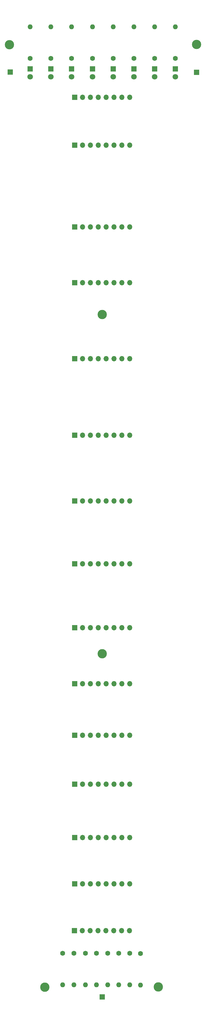
<source format=gbr>
%TF.GenerationSoftware,KiCad,Pcbnew,(5.1.9-0-10_14)*%
%TF.CreationDate,2021-04-22T00:26:26-04:00*%
%TF.ProjectId,bus-board,6275732d-626f-4617-9264-2e6b69636164,rev?*%
%TF.SameCoordinates,Original*%
%TF.FileFunction,Soldermask,Bot*%
%TF.FilePolarity,Negative*%
%FSLAX46Y46*%
G04 Gerber Fmt 4.6, Leading zero omitted, Abs format (unit mm)*
G04 Created by KiCad (PCBNEW (5.1.9-0-10_14)) date 2021-04-22 00:26:26*
%MOMM*%
%LPD*%
G01*
G04 APERTURE LIST*
%ADD10R,1.700000X1.700000*%
%ADD11C,3.000000*%
%ADD12O,1.700000X1.700000*%
%ADD13O,1.600000X1.600000*%
%ADD14C,1.600000*%
%ADD15C,1.800000*%
%ADD16R,1.800000X1.800000*%
G04 APERTURE END LIST*
D10*
%TO.C,J18*%
X91795600Y127660400D03*
%TD*%
%TO.C,J17*%
X151993600Y127609600D03*
%TD*%
D11*
%TO.C,REF\u002A\u002A*%
X121462800Y49580800D03*
%TD*%
%TO.C,REF\u002A\u002A*%
X121462800Y-59588400D03*
%TD*%
D12*
%TO.C,J16*%
X130352800Y104089200D03*
X127812800Y104089200D03*
X125272800Y104089200D03*
X122732800Y104089200D03*
X120192800Y104089200D03*
X117652800Y104089200D03*
X115112800Y104089200D03*
D10*
X112572800Y104089200D03*
%TD*%
D12*
%TO.C,J15*%
X130352800Y77774800D03*
X127812800Y77774800D03*
X125272800Y77774800D03*
X122732800Y77774800D03*
X120192800Y77774800D03*
X117652800Y77774800D03*
X115112800Y77774800D03*
D10*
X112572800Y77774800D03*
%TD*%
D12*
%TO.C,J14*%
X130352800Y59842400D03*
X127812800Y59842400D03*
X125272800Y59842400D03*
X122732800Y59842400D03*
X120192800Y59842400D03*
X117652800Y59842400D03*
X115112800Y59842400D03*
D10*
X112572800Y59842400D03*
%TD*%
D12*
%TO.C,J13*%
X130352800Y35356800D03*
X127812800Y35356800D03*
X125272800Y35356800D03*
X122732800Y35356800D03*
X120192800Y35356800D03*
X117652800Y35356800D03*
X115112800Y35356800D03*
D10*
X112572800Y35356800D03*
%TD*%
D11*
%TO.C,REF\u002A\u002A*%
X102920800Y-166979600D03*
%TD*%
%TO.C,REF\u002A\u002A*%
X139598400Y-166928800D03*
%TD*%
%TO.C,REF\u002A\u002A*%
X151942800Y136550400D03*
%TD*%
%TO.C,REF\u002A\u002A*%
X91541600Y136499600D03*
%TD*%
D13*
%TO.C,R16*%
X145135600Y142240000D03*
D14*
X145135600Y132080000D03*
%TD*%
D13*
%TO.C,R15*%
X138379200Y142240000D03*
D14*
X138379200Y132080000D03*
%TD*%
D13*
%TO.C,R14*%
X131724400Y142189200D03*
D14*
X131724400Y132029200D03*
%TD*%
D13*
%TO.C,R13*%
X125018800Y142189200D03*
D14*
X125018800Y132029200D03*
%TD*%
D13*
%TO.C,R12*%
X118313200Y142189200D03*
D14*
X118313200Y132029200D03*
%TD*%
D13*
%TO.C,R11*%
X111607600Y142189200D03*
D14*
X111607600Y132029200D03*
%TD*%
D13*
%TO.C,R10*%
X104902000Y142240000D03*
D14*
X104902000Y132080000D03*
%TD*%
D13*
%TO.C,R9*%
X98196400Y142240000D03*
D14*
X98196400Y132080000D03*
%TD*%
D15*
%TO.C,D8*%
X145135600Y126136400D03*
D16*
X145135600Y128676400D03*
%TD*%
D15*
%TO.C,D7*%
X138430000Y126136400D03*
D16*
X138430000Y128676400D03*
%TD*%
D15*
%TO.C,D6*%
X131724400Y126136400D03*
D16*
X131724400Y128676400D03*
%TD*%
D15*
%TO.C,D5*%
X125018800Y126136400D03*
D16*
X125018800Y128676400D03*
%TD*%
D15*
%TO.C,D4*%
X118313200Y126136400D03*
D16*
X118313200Y128676400D03*
%TD*%
D15*
%TO.C,D3*%
X111607600Y126136400D03*
D16*
X111607600Y128676400D03*
%TD*%
D15*
%TO.C,D2*%
X104902000Y126136400D03*
D16*
X104902000Y128676400D03*
%TD*%
D15*
%TO.C,D1*%
X98196400Y126136400D03*
D16*
X98196400Y128676400D03*
%TD*%
D12*
%TO.C,J12*%
X130403600Y10718800D03*
X127863600Y10718800D03*
X125323600Y10718800D03*
X122783600Y10718800D03*
X120243600Y10718800D03*
X117703600Y10718800D03*
X115163600Y10718800D03*
D10*
X112623600Y10718800D03*
%TD*%
%TO.C,J11*%
X121462800Y-170129200D03*
%TD*%
D13*
%TO.C,R8*%
X133858000Y-166268400D03*
D14*
X133858000Y-156108400D03*
%TD*%
D13*
%TO.C,R7*%
X130352800Y-166217600D03*
D14*
X130352800Y-156057600D03*
%TD*%
D13*
%TO.C,R6*%
X126847600Y-166217600D03*
D14*
X126847600Y-156057600D03*
%TD*%
D13*
%TO.C,R5*%
X123240800Y-166217600D03*
D14*
X123240800Y-156057600D03*
%TD*%
D13*
%TO.C,R4*%
X119634000Y-166217600D03*
D14*
X119634000Y-156057600D03*
%TD*%
D13*
%TO.C,R3*%
X116027200Y-166217600D03*
D14*
X116027200Y-156057600D03*
%TD*%
D13*
%TO.C,R2*%
X112369600Y-166217600D03*
D14*
X112369600Y-156057600D03*
%TD*%
D13*
%TO.C,R1*%
X108712000Y-166217600D03*
D14*
X108712000Y-156057600D03*
%TD*%
D12*
%TO.C,J10*%
X130403600Y-133705600D03*
X127863600Y-133705600D03*
X125323600Y-133705600D03*
X122783600Y-133705600D03*
X120243600Y-133705600D03*
X117703600Y-133705600D03*
X115163600Y-133705600D03*
D10*
X112623600Y-133705600D03*
%TD*%
D12*
%TO.C,J9*%
X130302000Y-148742400D03*
X127762000Y-148742400D03*
X125222000Y-148742400D03*
X122682000Y-148742400D03*
X120142000Y-148742400D03*
X117602000Y-148742400D03*
X115062000Y-148742400D03*
D10*
X112522000Y-148742400D03*
%TD*%
D12*
%TO.C,J8*%
X130403600Y-85902800D03*
X127863600Y-85902800D03*
X125323600Y-85902800D03*
X122783600Y-85902800D03*
X120243600Y-85902800D03*
X117703600Y-85902800D03*
X115163600Y-85902800D03*
D10*
X112623600Y-85902800D03*
%TD*%
D12*
%TO.C,J7*%
X130403600Y-101650800D03*
X127863600Y-101650800D03*
X125323600Y-101650800D03*
X122783600Y-101650800D03*
X120243600Y-101650800D03*
X117703600Y-101650800D03*
X115163600Y-101650800D03*
D10*
X112623600Y-101650800D03*
%TD*%
D12*
%TO.C,J6*%
X130352800Y-69291200D03*
X127812800Y-69291200D03*
X125272800Y-69291200D03*
X122732800Y-69291200D03*
X120192800Y-69291200D03*
X117652800Y-69291200D03*
X115112800Y-69291200D03*
D10*
X112572800Y-69291200D03*
%TD*%
D12*
%TO.C,J5*%
X130403600Y-51206400D03*
X127863600Y-51206400D03*
X125323600Y-51206400D03*
X122783600Y-51206400D03*
X120243600Y-51206400D03*
X117703600Y-51206400D03*
X115163600Y-51206400D03*
D10*
X112623600Y-51206400D03*
%TD*%
D12*
%TO.C,J4*%
X130352800Y-30683200D03*
X127812800Y-30683200D03*
X125272800Y-30683200D03*
X122732800Y-30683200D03*
X120192800Y-30683200D03*
X117652800Y-30683200D03*
X115112800Y-30683200D03*
D10*
X112572800Y-30683200D03*
%TD*%
D12*
%TO.C,J3*%
X130403600Y-10414000D03*
X127863600Y-10414000D03*
X125323600Y-10414000D03*
X122783600Y-10414000D03*
X120243600Y-10414000D03*
X117703600Y-10414000D03*
X115163600Y-10414000D03*
D10*
X112623600Y-10414000D03*
%TD*%
D12*
%TO.C,J2*%
X130403600Y119532400D03*
X127863600Y119532400D03*
X125323600Y119532400D03*
X122783600Y119532400D03*
X120243600Y119532400D03*
X117703600Y119532400D03*
X115163600Y119532400D03*
D10*
X112623600Y119532400D03*
%TD*%
D12*
%TO.C,J1*%
X130352800Y-118770400D03*
X127812800Y-118770400D03*
X125272800Y-118770400D03*
X122732800Y-118770400D03*
X120192800Y-118770400D03*
X117652800Y-118770400D03*
X115112800Y-118770400D03*
D10*
X112572800Y-118770400D03*
%TD*%
M02*

</source>
